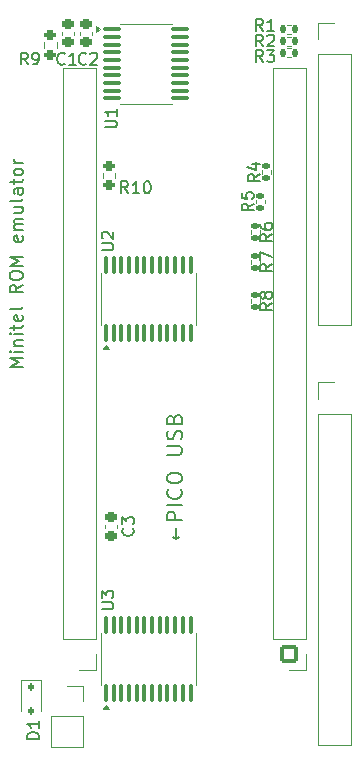
<source format=gbr>
%TF.GenerationSoftware,KiCad,Pcbnew,9.0.3-9.0.3-0~ubuntu24.04.1*%
%TF.CreationDate,2025-09-06T02:21:12+02:00*%
%TF.ProjectId,board_nfz330_nfz400,626f6172-645f-46e6-967a-3333305f6e66,rev?*%
%TF.SameCoordinates,Original*%
%TF.FileFunction,Legend,Top*%
%TF.FilePolarity,Positive*%
%FSLAX46Y46*%
G04 Gerber Fmt 4.6, Leading zero omitted, Abs format (unit mm)*
G04 Created by KiCad (PCBNEW 9.0.3-9.0.3-0~ubuntu24.04.1) date 2025-09-06 02:21:12*
%MOMM*%
%LPD*%
G01*
G04 APERTURE LIST*
G04 Aperture macros list*
%AMRoundRect*
0 Rectangle with rounded corners*
0 $1 Rounding radius*
0 $2 $3 $4 $5 $6 $7 $8 $9 X,Y pos of 4 corners*
0 Add a 4 corners polygon primitive as box body*
4,1,4,$2,$3,$4,$5,$6,$7,$8,$9,$2,$3,0*
0 Add four circle primitives for the rounded corners*
1,1,$1+$1,$2,$3*
1,1,$1+$1,$4,$5*
1,1,$1+$1,$6,$7*
1,1,$1+$1,$8,$9*
0 Add four rect primitives between the rounded corners*
20,1,$1+$1,$2,$3,$4,$5,0*
20,1,$1+$1,$4,$5,$6,$7,0*
20,1,$1+$1,$6,$7,$8,$9,0*
20,1,$1+$1,$8,$9,$2,$3,0*%
%AMFreePoly0*
4,1,37,0.603843,0.796157,0.639018,0.796157,0.711114,0.766294,0.766294,0.711114,0.796157,0.639018,0.796157,0.603843,0.800000,0.600000,0.800000,-0.600000,0.796157,-0.603843,0.796157,-0.639018,0.766294,-0.711114,0.711114,-0.766294,0.639018,-0.796157,0.603843,-0.796157,0.600000,-0.800000,0.000000,-0.800000,0.000000,-0.796148,-0.078414,-0.796148,-0.232228,-0.765552,-0.377117,-0.705537,
-0.507515,-0.618408,-0.618408,-0.507515,-0.705537,-0.377117,-0.765552,-0.232228,-0.796148,-0.078414,-0.796148,0.078414,-0.765552,0.232228,-0.705537,0.377117,-0.618408,0.507515,-0.507515,0.618408,-0.377117,0.705537,-0.232228,0.765552,-0.078414,0.796148,0.000000,0.796148,0.000000,0.800000,0.600000,0.800000,0.603843,0.796157,0.603843,0.796157,$1*%
%AMFreePoly1*
4,1,37,0.000000,0.796148,0.078414,0.796148,0.232228,0.765552,0.377117,0.705537,0.507515,0.618408,0.618408,0.507515,0.705537,0.377117,0.765552,0.232228,0.796148,0.078414,0.796148,-0.078414,0.765552,-0.232228,0.705537,-0.377117,0.618408,-0.507515,0.507515,-0.618408,0.377117,-0.705537,0.232228,-0.765552,0.078414,-0.796148,0.000000,-0.796148,0.000000,-0.800000,-0.600000,-0.800000,
-0.603843,-0.796157,-0.639018,-0.796157,-0.711114,-0.766294,-0.766294,-0.711114,-0.796157,-0.639018,-0.796157,-0.603843,-0.800000,-0.600000,-0.800000,0.600000,-0.796157,0.603843,-0.796157,0.639018,-0.766294,0.711114,-0.711114,0.766294,-0.639018,0.796157,-0.603843,0.796157,-0.600000,0.800000,0.000000,0.800000,0.000000,0.796148,0.000000,0.796148,$1*%
G04 Aperture macros list end*
%ADD10C,0.200000*%
%ADD11C,0.180000*%
%ADD12C,0.150000*%
%ADD13C,0.120000*%
%ADD14RoundRect,0.135000X0.185000X-0.135000X0.185000X0.135000X-0.185000X0.135000X-0.185000X-0.135000X0*%
%ADD15RoundRect,0.200000X0.600000X0.600000X-0.600000X0.600000X-0.600000X-0.600000X0.600000X-0.600000X0*%
%ADD16C,1.600000*%
%ADD17FreePoly0,180.000000*%
%ADD18FreePoly1,180.000000*%
%ADD19C,1.300000*%
%ADD20RoundRect,0.200000X0.275000X-0.200000X0.275000X0.200000X-0.275000X0.200000X-0.275000X-0.200000X0*%
%ADD21RoundRect,0.100000X0.100000X-0.637500X0.100000X0.637500X-0.100000X0.637500X-0.100000X-0.637500X0*%
%ADD22R,1.700000X1.700000*%
%ADD23C,1.700000*%
%ADD24RoundRect,0.225000X0.250000X-0.225000X0.250000X0.225000X-0.250000X0.225000X-0.250000X-0.225000X0*%
%ADD25RoundRect,0.135000X-0.135000X-0.185000X0.135000X-0.185000X0.135000X0.185000X-0.135000X0.185000X0*%
%ADD26RoundRect,0.112500X-0.112500X0.187500X-0.112500X-0.187500X0.112500X-0.187500X0.112500X0.187500X0*%
%ADD27RoundRect,0.100000X-0.637500X-0.100000X0.637500X-0.100000X0.637500X0.100000X-0.637500X0.100000X0*%
%ADD28RoundRect,0.225000X-0.250000X0.225000X-0.250000X-0.225000X0.250000X-0.225000X0.250000X0.225000X0*%
%ADD29RoundRect,0.135000X-0.185000X0.135000X-0.185000X-0.135000X0.185000X-0.135000X0.185000X0.135000X0*%
G04 APERTURE END LIST*
D10*
X69924266Y-111489476D02*
X69924266Y-112479952D01*
X70171885Y-112232333D02*
X69924266Y-112479952D01*
X69924266Y-112479952D02*
X69676647Y-112232333D01*
X70419504Y-110870428D02*
X69119504Y-110870428D01*
X69119504Y-110870428D02*
X69119504Y-110375190D01*
X69119504Y-110375190D02*
X69181409Y-110251380D01*
X69181409Y-110251380D02*
X69243314Y-110189475D01*
X69243314Y-110189475D02*
X69367123Y-110127571D01*
X69367123Y-110127571D02*
X69552838Y-110127571D01*
X69552838Y-110127571D02*
X69676647Y-110189475D01*
X69676647Y-110189475D02*
X69738552Y-110251380D01*
X69738552Y-110251380D02*
X69800457Y-110375190D01*
X69800457Y-110375190D02*
X69800457Y-110870428D01*
X70419504Y-109570428D02*
X69119504Y-109570428D01*
X70295695Y-108208523D02*
X70357600Y-108270427D01*
X70357600Y-108270427D02*
X70419504Y-108456142D01*
X70419504Y-108456142D02*
X70419504Y-108579951D01*
X70419504Y-108579951D02*
X70357600Y-108765665D01*
X70357600Y-108765665D02*
X70233790Y-108889475D01*
X70233790Y-108889475D02*
X70109980Y-108951380D01*
X70109980Y-108951380D02*
X69862361Y-109013284D01*
X69862361Y-109013284D02*
X69676647Y-109013284D01*
X69676647Y-109013284D02*
X69429028Y-108951380D01*
X69429028Y-108951380D02*
X69305219Y-108889475D01*
X69305219Y-108889475D02*
X69181409Y-108765665D01*
X69181409Y-108765665D02*
X69119504Y-108579951D01*
X69119504Y-108579951D02*
X69119504Y-108456142D01*
X69119504Y-108456142D02*
X69181409Y-108270427D01*
X69181409Y-108270427D02*
X69243314Y-108208523D01*
X69119504Y-107403761D02*
X69119504Y-107156142D01*
X69119504Y-107156142D02*
X69181409Y-107032332D01*
X69181409Y-107032332D02*
X69305219Y-106908523D01*
X69305219Y-106908523D02*
X69552838Y-106846618D01*
X69552838Y-106846618D02*
X69986171Y-106846618D01*
X69986171Y-106846618D02*
X70233790Y-106908523D01*
X70233790Y-106908523D02*
X70357600Y-107032332D01*
X70357600Y-107032332D02*
X70419504Y-107156142D01*
X70419504Y-107156142D02*
X70419504Y-107403761D01*
X70419504Y-107403761D02*
X70357600Y-107527570D01*
X70357600Y-107527570D02*
X70233790Y-107651380D01*
X70233790Y-107651380D02*
X69986171Y-107713284D01*
X69986171Y-107713284D02*
X69552838Y-107713284D01*
X69552838Y-107713284D02*
X69305219Y-107651380D01*
X69305219Y-107651380D02*
X69181409Y-107527570D01*
X69181409Y-107527570D02*
X69119504Y-107403761D01*
X69119504Y-105298999D02*
X70171885Y-105298999D01*
X70171885Y-105298999D02*
X70295695Y-105237094D01*
X70295695Y-105237094D02*
X70357600Y-105175189D01*
X70357600Y-105175189D02*
X70419504Y-105051380D01*
X70419504Y-105051380D02*
X70419504Y-104803761D01*
X70419504Y-104803761D02*
X70357600Y-104679951D01*
X70357600Y-104679951D02*
X70295695Y-104618046D01*
X70295695Y-104618046D02*
X70171885Y-104556142D01*
X70171885Y-104556142D02*
X69119504Y-104556142D01*
X70357600Y-103998998D02*
X70419504Y-103813284D01*
X70419504Y-103813284D02*
X70419504Y-103503760D01*
X70419504Y-103503760D02*
X70357600Y-103379951D01*
X70357600Y-103379951D02*
X70295695Y-103318046D01*
X70295695Y-103318046D02*
X70171885Y-103256141D01*
X70171885Y-103256141D02*
X70048076Y-103256141D01*
X70048076Y-103256141D02*
X69924266Y-103318046D01*
X69924266Y-103318046D02*
X69862361Y-103379951D01*
X69862361Y-103379951D02*
X69800457Y-103503760D01*
X69800457Y-103503760D02*
X69738552Y-103751379D01*
X69738552Y-103751379D02*
X69676647Y-103875189D01*
X69676647Y-103875189D02*
X69614742Y-103937094D01*
X69614742Y-103937094D02*
X69490933Y-103998998D01*
X69490933Y-103998998D02*
X69367123Y-103998998D01*
X69367123Y-103998998D02*
X69243314Y-103937094D01*
X69243314Y-103937094D02*
X69181409Y-103875189D01*
X69181409Y-103875189D02*
X69119504Y-103751379D01*
X69119504Y-103751379D02*
X69119504Y-103441856D01*
X69119504Y-103441856D02*
X69181409Y-103256141D01*
X69738552Y-102265665D02*
X69800457Y-102079951D01*
X69800457Y-102079951D02*
X69862361Y-102018046D01*
X69862361Y-102018046D02*
X69986171Y-101956142D01*
X69986171Y-101956142D02*
X70171885Y-101956142D01*
X70171885Y-101956142D02*
X70295695Y-102018046D01*
X70295695Y-102018046D02*
X70357600Y-102079951D01*
X70357600Y-102079951D02*
X70419504Y-102203761D01*
X70419504Y-102203761D02*
X70419504Y-102698999D01*
X70419504Y-102698999D02*
X69119504Y-102698999D01*
X69119504Y-102698999D02*
X69119504Y-102265665D01*
X69119504Y-102265665D02*
X69181409Y-102141856D01*
X69181409Y-102141856D02*
X69243314Y-102079951D01*
X69243314Y-102079951D02*
X69367123Y-102018046D01*
X69367123Y-102018046D02*
X69490933Y-102018046D01*
X69490933Y-102018046D02*
X69614742Y-102079951D01*
X69614742Y-102079951D02*
X69676647Y-102141856D01*
X69676647Y-102141856D02*
X69738552Y-102265665D01*
X69738552Y-102265665D02*
X69738552Y-102698999D01*
D11*
X56906820Y-97844237D02*
X55806820Y-97844237D01*
X55806820Y-97844237D02*
X56592535Y-97477570D01*
X56592535Y-97477570D02*
X55806820Y-97110903D01*
X55806820Y-97110903D02*
X56906820Y-97110903D01*
X56906820Y-96587094D02*
X56173487Y-96587094D01*
X55806820Y-96587094D02*
X55859201Y-96639475D01*
X55859201Y-96639475D02*
X55911582Y-96587094D01*
X55911582Y-96587094D02*
X55859201Y-96534713D01*
X55859201Y-96534713D02*
X55806820Y-96587094D01*
X55806820Y-96587094D02*
X55911582Y-96587094D01*
X56173487Y-96063284D02*
X56906820Y-96063284D01*
X56278249Y-96063284D02*
X56225868Y-96010903D01*
X56225868Y-96010903D02*
X56173487Y-95906141D01*
X56173487Y-95906141D02*
X56173487Y-95748998D01*
X56173487Y-95748998D02*
X56225868Y-95644236D01*
X56225868Y-95644236D02*
X56330630Y-95591855D01*
X56330630Y-95591855D02*
X56906820Y-95591855D01*
X56906820Y-95068046D02*
X56173487Y-95068046D01*
X55806820Y-95068046D02*
X55859201Y-95120427D01*
X55859201Y-95120427D02*
X55911582Y-95068046D01*
X55911582Y-95068046D02*
X55859201Y-95015665D01*
X55859201Y-95015665D02*
X55806820Y-95068046D01*
X55806820Y-95068046D02*
X55911582Y-95068046D01*
X56173487Y-94701379D02*
X56173487Y-94282331D01*
X55806820Y-94544236D02*
X56749678Y-94544236D01*
X56749678Y-94544236D02*
X56854440Y-94491855D01*
X56854440Y-94491855D02*
X56906820Y-94387093D01*
X56906820Y-94387093D02*
X56906820Y-94282331D01*
X56854440Y-93496617D02*
X56906820Y-93601379D01*
X56906820Y-93601379D02*
X56906820Y-93810903D01*
X56906820Y-93810903D02*
X56854440Y-93915665D01*
X56854440Y-93915665D02*
X56749678Y-93968046D01*
X56749678Y-93968046D02*
X56330630Y-93968046D01*
X56330630Y-93968046D02*
X56225868Y-93915665D01*
X56225868Y-93915665D02*
X56173487Y-93810903D01*
X56173487Y-93810903D02*
X56173487Y-93601379D01*
X56173487Y-93601379D02*
X56225868Y-93496617D01*
X56225868Y-93496617D02*
X56330630Y-93444236D01*
X56330630Y-93444236D02*
X56435392Y-93444236D01*
X56435392Y-93444236D02*
X56540154Y-93968046D01*
X56906820Y-92815665D02*
X56854440Y-92920427D01*
X56854440Y-92920427D02*
X56749678Y-92972808D01*
X56749678Y-92972808D02*
X55806820Y-92972808D01*
X56906820Y-90929951D02*
X56383011Y-91296618D01*
X56906820Y-91558523D02*
X55806820Y-91558523D01*
X55806820Y-91558523D02*
X55806820Y-91139475D01*
X55806820Y-91139475D02*
X55859201Y-91034713D01*
X55859201Y-91034713D02*
X55911582Y-90982332D01*
X55911582Y-90982332D02*
X56016344Y-90929951D01*
X56016344Y-90929951D02*
X56173487Y-90929951D01*
X56173487Y-90929951D02*
X56278249Y-90982332D01*
X56278249Y-90982332D02*
X56330630Y-91034713D01*
X56330630Y-91034713D02*
X56383011Y-91139475D01*
X56383011Y-91139475D02*
X56383011Y-91558523D01*
X55806820Y-90248999D02*
X55806820Y-90039475D01*
X55806820Y-90039475D02*
X55859201Y-89934713D01*
X55859201Y-89934713D02*
X55963963Y-89829951D01*
X55963963Y-89829951D02*
X56173487Y-89777570D01*
X56173487Y-89777570D02*
X56540154Y-89777570D01*
X56540154Y-89777570D02*
X56749678Y-89829951D01*
X56749678Y-89829951D02*
X56854440Y-89934713D01*
X56854440Y-89934713D02*
X56906820Y-90039475D01*
X56906820Y-90039475D02*
X56906820Y-90248999D01*
X56906820Y-90248999D02*
X56854440Y-90353761D01*
X56854440Y-90353761D02*
X56749678Y-90458523D01*
X56749678Y-90458523D02*
X56540154Y-90510904D01*
X56540154Y-90510904D02*
X56173487Y-90510904D01*
X56173487Y-90510904D02*
X55963963Y-90458523D01*
X55963963Y-90458523D02*
X55859201Y-90353761D01*
X55859201Y-90353761D02*
X55806820Y-90248999D01*
X56906820Y-89306142D02*
X55806820Y-89306142D01*
X55806820Y-89306142D02*
X56592535Y-88939475D01*
X56592535Y-88939475D02*
X55806820Y-88572808D01*
X55806820Y-88572808D02*
X56906820Y-88572808D01*
X56854440Y-86791856D02*
X56906820Y-86896618D01*
X56906820Y-86896618D02*
X56906820Y-87106142D01*
X56906820Y-87106142D02*
X56854440Y-87210904D01*
X56854440Y-87210904D02*
X56749678Y-87263285D01*
X56749678Y-87263285D02*
X56330630Y-87263285D01*
X56330630Y-87263285D02*
X56225868Y-87210904D01*
X56225868Y-87210904D02*
X56173487Y-87106142D01*
X56173487Y-87106142D02*
X56173487Y-86896618D01*
X56173487Y-86896618D02*
X56225868Y-86791856D01*
X56225868Y-86791856D02*
X56330630Y-86739475D01*
X56330630Y-86739475D02*
X56435392Y-86739475D01*
X56435392Y-86739475D02*
X56540154Y-87263285D01*
X56906820Y-86268047D02*
X56173487Y-86268047D01*
X56278249Y-86268047D02*
X56225868Y-86215666D01*
X56225868Y-86215666D02*
X56173487Y-86110904D01*
X56173487Y-86110904D02*
X56173487Y-85953761D01*
X56173487Y-85953761D02*
X56225868Y-85848999D01*
X56225868Y-85848999D02*
X56330630Y-85796618D01*
X56330630Y-85796618D02*
X56906820Y-85796618D01*
X56330630Y-85796618D02*
X56225868Y-85744237D01*
X56225868Y-85744237D02*
X56173487Y-85639475D01*
X56173487Y-85639475D02*
X56173487Y-85482332D01*
X56173487Y-85482332D02*
X56225868Y-85377571D01*
X56225868Y-85377571D02*
X56330630Y-85325190D01*
X56330630Y-85325190D02*
X56906820Y-85325190D01*
X56173487Y-84329951D02*
X56906820Y-84329951D01*
X56173487Y-84801380D02*
X56749678Y-84801380D01*
X56749678Y-84801380D02*
X56854440Y-84748999D01*
X56854440Y-84748999D02*
X56906820Y-84644237D01*
X56906820Y-84644237D02*
X56906820Y-84487094D01*
X56906820Y-84487094D02*
X56854440Y-84382332D01*
X56854440Y-84382332D02*
X56802059Y-84329951D01*
X56906820Y-83648999D02*
X56854440Y-83753761D01*
X56854440Y-83753761D02*
X56749678Y-83806142D01*
X56749678Y-83806142D02*
X55806820Y-83806142D01*
X56906820Y-82758523D02*
X56330630Y-82758523D01*
X56330630Y-82758523D02*
X56225868Y-82810904D01*
X56225868Y-82810904D02*
X56173487Y-82915666D01*
X56173487Y-82915666D02*
X56173487Y-83125190D01*
X56173487Y-83125190D02*
X56225868Y-83229952D01*
X56854440Y-82758523D02*
X56906820Y-82863285D01*
X56906820Y-82863285D02*
X56906820Y-83125190D01*
X56906820Y-83125190D02*
X56854440Y-83229952D01*
X56854440Y-83229952D02*
X56749678Y-83282333D01*
X56749678Y-83282333D02*
X56644916Y-83282333D01*
X56644916Y-83282333D02*
X56540154Y-83229952D01*
X56540154Y-83229952D02*
X56487773Y-83125190D01*
X56487773Y-83125190D02*
X56487773Y-82863285D01*
X56487773Y-82863285D02*
X56435392Y-82758523D01*
X56173487Y-82391857D02*
X56173487Y-81972809D01*
X55806820Y-82234714D02*
X56749678Y-82234714D01*
X56749678Y-82234714D02*
X56854440Y-82182333D01*
X56854440Y-82182333D02*
X56906820Y-82077571D01*
X56906820Y-82077571D02*
X56906820Y-81972809D01*
X56906820Y-81449000D02*
X56854440Y-81553762D01*
X56854440Y-81553762D02*
X56802059Y-81606143D01*
X56802059Y-81606143D02*
X56697297Y-81658524D01*
X56697297Y-81658524D02*
X56383011Y-81658524D01*
X56383011Y-81658524D02*
X56278249Y-81606143D01*
X56278249Y-81606143D02*
X56225868Y-81553762D01*
X56225868Y-81553762D02*
X56173487Y-81449000D01*
X56173487Y-81449000D02*
X56173487Y-81291857D01*
X56173487Y-81291857D02*
X56225868Y-81187095D01*
X56225868Y-81187095D02*
X56278249Y-81134714D01*
X56278249Y-81134714D02*
X56383011Y-81082333D01*
X56383011Y-81082333D02*
X56697297Y-81082333D01*
X56697297Y-81082333D02*
X56802059Y-81134714D01*
X56802059Y-81134714D02*
X56854440Y-81187095D01*
X56854440Y-81187095D02*
X56906820Y-81291857D01*
X56906820Y-81291857D02*
X56906820Y-81449000D01*
X56906820Y-80610905D02*
X56173487Y-80610905D01*
X56383011Y-80610905D02*
X56278249Y-80558524D01*
X56278249Y-80558524D02*
X56225868Y-80506143D01*
X56225868Y-80506143D02*
X56173487Y-80401381D01*
X56173487Y-80401381D02*
X56173487Y-80296619D01*
D12*
X78028819Y-92465266D02*
X77552628Y-92798599D01*
X78028819Y-93036694D02*
X77028819Y-93036694D01*
X77028819Y-93036694D02*
X77028819Y-92655742D01*
X77028819Y-92655742D02*
X77076438Y-92560504D01*
X77076438Y-92560504D02*
X77124057Y-92512885D01*
X77124057Y-92512885D02*
X77219295Y-92465266D01*
X77219295Y-92465266D02*
X77362152Y-92465266D01*
X77362152Y-92465266D02*
X77457390Y-92512885D01*
X77457390Y-92512885D02*
X77505009Y-92560504D01*
X77505009Y-92560504D02*
X77552628Y-92655742D01*
X77552628Y-92655742D02*
X77552628Y-93036694D01*
X77457390Y-91893837D02*
X77409771Y-91989075D01*
X77409771Y-91989075D02*
X77362152Y-92036694D01*
X77362152Y-92036694D02*
X77266914Y-92084313D01*
X77266914Y-92084313D02*
X77219295Y-92084313D01*
X77219295Y-92084313D02*
X77124057Y-92036694D01*
X77124057Y-92036694D02*
X77076438Y-91989075D01*
X77076438Y-91989075D02*
X77028819Y-91893837D01*
X77028819Y-91893837D02*
X77028819Y-91703361D01*
X77028819Y-91703361D02*
X77076438Y-91608123D01*
X77076438Y-91608123D02*
X77124057Y-91560504D01*
X77124057Y-91560504D02*
X77219295Y-91512885D01*
X77219295Y-91512885D02*
X77266914Y-91512885D01*
X77266914Y-91512885D02*
X77362152Y-91560504D01*
X77362152Y-91560504D02*
X77409771Y-91608123D01*
X77409771Y-91608123D02*
X77457390Y-91703361D01*
X77457390Y-91703361D02*
X77457390Y-91893837D01*
X77457390Y-91893837D02*
X77505009Y-91989075D01*
X77505009Y-91989075D02*
X77552628Y-92036694D01*
X77552628Y-92036694D02*
X77647866Y-92084313D01*
X77647866Y-92084313D02*
X77838342Y-92084313D01*
X77838342Y-92084313D02*
X77933580Y-92036694D01*
X77933580Y-92036694D02*
X77981200Y-91989075D01*
X77981200Y-91989075D02*
X78028819Y-91893837D01*
X78028819Y-91893837D02*
X78028819Y-91703361D01*
X78028819Y-91703361D02*
X77981200Y-91608123D01*
X77981200Y-91608123D02*
X77933580Y-91560504D01*
X77933580Y-91560504D02*
X77838342Y-91512885D01*
X77838342Y-91512885D02*
X77647866Y-91512885D01*
X77647866Y-91512885D02*
X77552628Y-91560504D01*
X77552628Y-91560504D02*
X77505009Y-91608123D01*
X77505009Y-91608123D02*
X77457390Y-91703361D01*
X57341333Y-72255619D02*
X57008000Y-71779428D01*
X56769905Y-72255619D02*
X56769905Y-71255619D01*
X56769905Y-71255619D02*
X57150857Y-71255619D01*
X57150857Y-71255619D02*
X57246095Y-71303238D01*
X57246095Y-71303238D02*
X57293714Y-71350857D01*
X57293714Y-71350857D02*
X57341333Y-71446095D01*
X57341333Y-71446095D02*
X57341333Y-71588952D01*
X57341333Y-71588952D02*
X57293714Y-71684190D01*
X57293714Y-71684190D02*
X57246095Y-71731809D01*
X57246095Y-71731809D02*
X57150857Y-71779428D01*
X57150857Y-71779428D02*
X56769905Y-71779428D01*
X57817524Y-72255619D02*
X58008000Y-72255619D01*
X58008000Y-72255619D02*
X58103238Y-72208000D01*
X58103238Y-72208000D02*
X58150857Y-72160380D01*
X58150857Y-72160380D02*
X58246095Y-72017523D01*
X58246095Y-72017523D02*
X58293714Y-71827047D01*
X58293714Y-71827047D02*
X58293714Y-71446095D01*
X58293714Y-71446095D02*
X58246095Y-71350857D01*
X58246095Y-71350857D02*
X58198476Y-71303238D01*
X58198476Y-71303238D02*
X58103238Y-71255619D01*
X58103238Y-71255619D02*
X57912762Y-71255619D01*
X57912762Y-71255619D02*
X57817524Y-71303238D01*
X57817524Y-71303238D02*
X57769905Y-71350857D01*
X57769905Y-71350857D02*
X57722286Y-71446095D01*
X57722286Y-71446095D02*
X57722286Y-71684190D01*
X57722286Y-71684190D02*
X57769905Y-71779428D01*
X57769905Y-71779428D02*
X57817524Y-71827047D01*
X57817524Y-71827047D02*
X57912762Y-71874666D01*
X57912762Y-71874666D02*
X58103238Y-71874666D01*
X58103238Y-71874666D02*
X58198476Y-71827047D01*
X58198476Y-71827047D02*
X58246095Y-71779428D01*
X58246095Y-71779428D02*
X58293714Y-71684190D01*
X63592219Y-118384304D02*
X64401742Y-118384304D01*
X64401742Y-118384304D02*
X64496980Y-118336685D01*
X64496980Y-118336685D02*
X64544600Y-118289066D01*
X64544600Y-118289066D02*
X64592219Y-118193828D01*
X64592219Y-118193828D02*
X64592219Y-118003352D01*
X64592219Y-118003352D02*
X64544600Y-117908114D01*
X64544600Y-117908114D02*
X64496980Y-117860495D01*
X64496980Y-117860495D02*
X64401742Y-117812876D01*
X64401742Y-117812876D02*
X63592219Y-117812876D01*
X63592219Y-117431923D02*
X63592219Y-116812876D01*
X63592219Y-116812876D02*
X63973171Y-117146209D01*
X63973171Y-117146209D02*
X63973171Y-117003352D01*
X63973171Y-117003352D02*
X64020790Y-116908114D01*
X64020790Y-116908114D02*
X64068409Y-116860495D01*
X64068409Y-116860495D02*
X64163647Y-116812876D01*
X64163647Y-116812876D02*
X64401742Y-116812876D01*
X64401742Y-116812876D02*
X64496980Y-116860495D01*
X64496980Y-116860495D02*
X64544600Y-116908114D01*
X64544600Y-116908114D02*
X64592219Y-117003352D01*
X64592219Y-117003352D02*
X64592219Y-117289066D01*
X64592219Y-117289066D02*
X64544600Y-117384304D01*
X64544600Y-117384304D02*
X64496980Y-117431923D01*
X78028819Y-86623266D02*
X77552628Y-86956599D01*
X78028819Y-87194694D02*
X77028819Y-87194694D01*
X77028819Y-87194694D02*
X77028819Y-86813742D01*
X77028819Y-86813742D02*
X77076438Y-86718504D01*
X77076438Y-86718504D02*
X77124057Y-86670885D01*
X77124057Y-86670885D02*
X77219295Y-86623266D01*
X77219295Y-86623266D02*
X77362152Y-86623266D01*
X77362152Y-86623266D02*
X77457390Y-86670885D01*
X77457390Y-86670885D02*
X77505009Y-86718504D01*
X77505009Y-86718504D02*
X77552628Y-86813742D01*
X77552628Y-86813742D02*
X77552628Y-87194694D01*
X77028819Y-85766123D02*
X77028819Y-85956599D01*
X77028819Y-85956599D02*
X77076438Y-86051837D01*
X77076438Y-86051837D02*
X77124057Y-86099456D01*
X77124057Y-86099456D02*
X77266914Y-86194694D01*
X77266914Y-86194694D02*
X77457390Y-86242313D01*
X77457390Y-86242313D02*
X77838342Y-86242313D01*
X77838342Y-86242313D02*
X77933580Y-86194694D01*
X77933580Y-86194694D02*
X77981200Y-86147075D01*
X77981200Y-86147075D02*
X78028819Y-86051837D01*
X78028819Y-86051837D02*
X78028819Y-85861361D01*
X78028819Y-85861361D02*
X77981200Y-85766123D01*
X77981200Y-85766123D02*
X77933580Y-85718504D01*
X77933580Y-85718504D02*
X77838342Y-85670885D01*
X77838342Y-85670885D02*
X77600247Y-85670885D01*
X77600247Y-85670885D02*
X77505009Y-85718504D01*
X77505009Y-85718504D02*
X77457390Y-85766123D01*
X77457390Y-85766123D02*
X77409771Y-85861361D01*
X77409771Y-85861361D02*
X77409771Y-86051837D01*
X77409771Y-86051837D02*
X77457390Y-86147075D01*
X77457390Y-86147075D02*
X77505009Y-86194694D01*
X77505009Y-86194694D02*
X77600247Y-86242313D01*
X66224180Y-111540666D02*
X66271800Y-111588285D01*
X66271800Y-111588285D02*
X66319419Y-111731142D01*
X66319419Y-111731142D02*
X66319419Y-111826380D01*
X66319419Y-111826380D02*
X66271800Y-111969237D01*
X66271800Y-111969237D02*
X66176561Y-112064475D01*
X66176561Y-112064475D02*
X66081323Y-112112094D01*
X66081323Y-112112094D02*
X65890847Y-112159713D01*
X65890847Y-112159713D02*
X65747990Y-112159713D01*
X65747990Y-112159713D02*
X65557514Y-112112094D01*
X65557514Y-112112094D02*
X65462276Y-112064475D01*
X65462276Y-112064475D02*
X65367038Y-111969237D01*
X65367038Y-111969237D02*
X65319419Y-111826380D01*
X65319419Y-111826380D02*
X65319419Y-111731142D01*
X65319419Y-111731142D02*
X65367038Y-111588285D01*
X65367038Y-111588285D02*
X65414657Y-111540666D01*
X65319419Y-111207332D02*
X65319419Y-110588285D01*
X65319419Y-110588285D02*
X65700371Y-110921618D01*
X65700371Y-110921618D02*
X65700371Y-110778761D01*
X65700371Y-110778761D02*
X65747990Y-110683523D01*
X65747990Y-110683523D02*
X65795609Y-110635904D01*
X65795609Y-110635904D02*
X65890847Y-110588285D01*
X65890847Y-110588285D02*
X66128942Y-110588285D01*
X66128942Y-110588285D02*
X66224180Y-110635904D01*
X66224180Y-110635904D02*
X66271800Y-110683523D01*
X66271800Y-110683523D02*
X66319419Y-110778761D01*
X66319419Y-110778761D02*
X66319419Y-111064475D01*
X66319419Y-111064475D02*
X66271800Y-111159713D01*
X66271800Y-111159713D02*
X66224180Y-111207332D01*
X77252933Y-70731619D02*
X76919600Y-70255428D01*
X76681505Y-70731619D02*
X76681505Y-69731619D01*
X76681505Y-69731619D02*
X77062457Y-69731619D01*
X77062457Y-69731619D02*
X77157695Y-69779238D01*
X77157695Y-69779238D02*
X77205314Y-69826857D01*
X77205314Y-69826857D02*
X77252933Y-69922095D01*
X77252933Y-69922095D02*
X77252933Y-70064952D01*
X77252933Y-70064952D02*
X77205314Y-70160190D01*
X77205314Y-70160190D02*
X77157695Y-70207809D01*
X77157695Y-70207809D02*
X77062457Y-70255428D01*
X77062457Y-70255428D02*
X76681505Y-70255428D01*
X77633886Y-69826857D02*
X77681505Y-69779238D01*
X77681505Y-69779238D02*
X77776743Y-69731619D01*
X77776743Y-69731619D02*
X78014838Y-69731619D01*
X78014838Y-69731619D02*
X78110076Y-69779238D01*
X78110076Y-69779238D02*
X78157695Y-69826857D01*
X78157695Y-69826857D02*
X78205314Y-69922095D01*
X78205314Y-69922095D02*
X78205314Y-70017333D01*
X78205314Y-70017333D02*
X78157695Y-70160190D01*
X78157695Y-70160190D02*
X77586267Y-70731619D01*
X77586267Y-70731619D02*
X78205314Y-70731619D01*
X76454019Y-84032466D02*
X75977828Y-84365799D01*
X76454019Y-84603894D02*
X75454019Y-84603894D01*
X75454019Y-84603894D02*
X75454019Y-84222942D01*
X75454019Y-84222942D02*
X75501638Y-84127704D01*
X75501638Y-84127704D02*
X75549257Y-84080085D01*
X75549257Y-84080085D02*
X75644495Y-84032466D01*
X75644495Y-84032466D02*
X75787352Y-84032466D01*
X75787352Y-84032466D02*
X75882590Y-84080085D01*
X75882590Y-84080085D02*
X75930209Y-84127704D01*
X75930209Y-84127704D02*
X75977828Y-84222942D01*
X75977828Y-84222942D02*
X75977828Y-84603894D01*
X75454019Y-83127704D02*
X75454019Y-83603894D01*
X75454019Y-83603894D02*
X75930209Y-83651513D01*
X75930209Y-83651513D02*
X75882590Y-83603894D01*
X75882590Y-83603894D02*
X75834971Y-83508656D01*
X75834971Y-83508656D02*
X75834971Y-83270561D01*
X75834971Y-83270561D02*
X75882590Y-83175323D01*
X75882590Y-83175323D02*
X75930209Y-83127704D01*
X75930209Y-83127704D02*
X76025447Y-83080085D01*
X76025447Y-83080085D02*
X76263542Y-83080085D01*
X76263542Y-83080085D02*
X76358780Y-83127704D01*
X76358780Y-83127704D02*
X76406400Y-83175323D01*
X76406400Y-83175323D02*
X76454019Y-83270561D01*
X76454019Y-83270561D02*
X76454019Y-83508656D01*
X76454019Y-83508656D02*
X76406400Y-83603894D01*
X76406400Y-83603894D02*
X76358780Y-83651513D01*
X58293019Y-129358694D02*
X57293019Y-129358694D01*
X57293019Y-129358694D02*
X57293019Y-129120599D01*
X57293019Y-129120599D02*
X57340638Y-128977742D01*
X57340638Y-128977742D02*
X57435876Y-128882504D01*
X57435876Y-128882504D02*
X57531114Y-128834885D01*
X57531114Y-128834885D02*
X57721590Y-128787266D01*
X57721590Y-128787266D02*
X57864447Y-128787266D01*
X57864447Y-128787266D02*
X58054923Y-128834885D01*
X58054923Y-128834885D02*
X58150161Y-128882504D01*
X58150161Y-128882504D02*
X58245400Y-128977742D01*
X58245400Y-128977742D02*
X58293019Y-129120599D01*
X58293019Y-129120599D02*
X58293019Y-129358694D01*
X58293019Y-127834885D02*
X58293019Y-128406313D01*
X58293019Y-128120599D02*
X57293019Y-128120599D01*
X57293019Y-128120599D02*
X57435876Y-128215837D01*
X57435876Y-128215837D02*
X57531114Y-128311075D01*
X57531114Y-128311075D02*
X57578733Y-128406313D01*
X63871619Y-77591904D02*
X64681142Y-77591904D01*
X64681142Y-77591904D02*
X64776380Y-77544285D01*
X64776380Y-77544285D02*
X64824000Y-77496666D01*
X64824000Y-77496666D02*
X64871619Y-77401428D01*
X64871619Y-77401428D02*
X64871619Y-77210952D01*
X64871619Y-77210952D02*
X64824000Y-77115714D01*
X64824000Y-77115714D02*
X64776380Y-77068095D01*
X64776380Y-77068095D02*
X64681142Y-77020476D01*
X64681142Y-77020476D02*
X63871619Y-77020476D01*
X64871619Y-76020476D02*
X64871619Y-76591904D01*
X64871619Y-76306190D02*
X63871619Y-76306190D01*
X63871619Y-76306190D02*
X64014476Y-76401428D01*
X64014476Y-76401428D02*
X64109714Y-76496666D01*
X64109714Y-76496666D02*
X64157333Y-76591904D01*
X78028819Y-89163266D02*
X77552628Y-89496599D01*
X78028819Y-89734694D02*
X77028819Y-89734694D01*
X77028819Y-89734694D02*
X77028819Y-89353742D01*
X77028819Y-89353742D02*
X77076438Y-89258504D01*
X77076438Y-89258504D02*
X77124057Y-89210885D01*
X77124057Y-89210885D02*
X77219295Y-89163266D01*
X77219295Y-89163266D02*
X77362152Y-89163266D01*
X77362152Y-89163266D02*
X77457390Y-89210885D01*
X77457390Y-89210885D02*
X77505009Y-89258504D01*
X77505009Y-89258504D02*
X77552628Y-89353742D01*
X77552628Y-89353742D02*
X77552628Y-89734694D01*
X77028819Y-88829932D02*
X77028819Y-88163266D01*
X77028819Y-88163266D02*
X78028819Y-88591837D01*
X60465533Y-72185780D02*
X60417914Y-72233400D01*
X60417914Y-72233400D02*
X60275057Y-72281019D01*
X60275057Y-72281019D02*
X60179819Y-72281019D01*
X60179819Y-72281019D02*
X60036962Y-72233400D01*
X60036962Y-72233400D02*
X59941724Y-72138161D01*
X59941724Y-72138161D02*
X59894105Y-72042923D01*
X59894105Y-72042923D02*
X59846486Y-71852447D01*
X59846486Y-71852447D02*
X59846486Y-71709590D01*
X59846486Y-71709590D02*
X59894105Y-71519114D01*
X59894105Y-71519114D02*
X59941724Y-71423876D01*
X59941724Y-71423876D02*
X60036962Y-71328638D01*
X60036962Y-71328638D02*
X60179819Y-71281019D01*
X60179819Y-71281019D02*
X60275057Y-71281019D01*
X60275057Y-71281019D02*
X60417914Y-71328638D01*
X60417914Y-71328638D02*
X60465533Y-71376257D01*
X61417914Y-72281019D02*
X60846486Y-72281019D01*
X61132200Y-72281019D02*
X61132200Y-71281019D01*
X61132200Y-71281019D02*
X61036962Y-71423876D01*
X61036962Y-71423876D02*
X60941724Y-71519114D01*
X60941724Y-71519114D02*
X60846486Y-71566733D01*
X77254933Y-72052419D02*
X76921600Y-71576228D01*
X76683505Y-72052419D02*
X76683505Y-71052419D01*
X76683505Y-71052419D02*
X77064457Y-71052419D01*
X77064457Y-71052419D02*
X77159695Y-71100038D01*
X77159695Y-71100038D02*
X77207314Y-71147657D01*
X77207314Y-71147657D02*
X77254933Y-71242895D01*
X77254933Y-71242895D02*
X77254933Y-71385752D01*
X77254933Y-71385752D02*
X77207314Y-71480990D01*
X77207314Y-71480990D02*
X77159695Y-71528609D01*
X77159695Y-71528609D02*
X77064457Y-71576228D01*
X77064457Y-71576228D02*
X76683505Y-71576228D01*
X77588267Y-71052419D02*
X78207314Y-71052419D01*
X78207314Y-71052419D02*
X77873981Y-71433371D01*
X77873981Y-71433371D02*
X78016838Y-71433371D01*
X78016838Y-71433371D02*
X78112076Y-71480990D01*
X78112076Y-71480990D02*
X78159695Y-71528609D01*
X78159695Y-71528609D02*
X78207314Y-71623847D01*
X78207314Y-71623847D02*
X78207314Y-71861942D01*
X78207314Y-71861942D02*
X78159695Y-71957180D01*
X78159695Y-71957180D02*
X78112076Y-72004800D01*
X78112076Y-72004800D02*
X78016838Y-72052419D01*
X78016838Y-72052419D02*
X77731124Y-72052419D01*
X77731124Y-72052419D02*
X77635886Y-72004800D01*
X77635886Y-72004800D02*
X77588267Y-71957180D01*
X77254933Y-69410819D02*
X76921600Y-68934628D01*
X76683505Y-69410819D02*
X76683505Y-68410819D01*
X76683505Y-68410819D02*
X77064457Y-68410819D01*
X77064457Y-68410819D02*
X77159695Y-68458438D01*
X77159695Y-68458438D02*
X77207314Y-68506057D01*
X77207314Y-68506057D02*
X77254933Y-68601295D01*
X77254933Y-68601295D02*
X77254933Y-68744152D01*
X77254933Y-68744152D02*
X77207314Y-68839390D01*
X77207314Y-68839390D02*
X77159695Y-68887009D01*
X77159695Y-68887009D02*
X77064457Y-68934628D01*
X77064457Y-68934628D02*
X76683505Y-68934628D01*
X78207314Y-69410819D02*
X77635886Y-69410819D01*
X77921600Y-69410819D02*
X77921600Y-68410819D01*
X77921600Y-68410819D02*
X77826362Y-68553676D01*
X77826362Y-68553676D02*
X77731124Y-68648914D01*
X77731124Y-68648914D02*
X77635886Y-68696533D01*
X62268933Y-72185780D02*
X62221314Y-72233400D01*
X62221314Y-72233400D02*
X62078457Y-72281019D01*
X62078457Y-72281019D02*
X61983219Y-72281019D01*
X61983219Y-72281019D02*
X61840362Y-72233400D01*
X61840362Y-72233400D02*
X61745124Y-72138161D01*
X61745124Y-72138161D02*
X61697505Y-72042923D01*
X61697505Y-72042923D02*
X61649886Y-71852447D01*
X61649886Y-71852447D02*
X61649886Y-71709590D01*
X61649886Y-71709590D02*
X61697505Y-71519114D01*
X61697505Y-71519114D02*
X61745124Y-71423876D01*
X61745124Y-71423876D02*
X61840362Y-71328638D01*
X61840362Y-71328638D02*
X61983219Y-71281019D01*
X61983219Y-71281019D02*
X62078457Y-71281019D01*
X62078457Y-71281019D02*
X62221314Y-71328638D01*
X62221314Y-71328638D02*
X62268933Y-71376257D01*
X62649886Y-71376257D02*
X62697505Y-71328638D01*
X62697505Y-71328638D02*
X62792743Y-71281019D01*
X62792743Y-71281019D02*
X63030838Y-71281019D01*
X63030838Y-71281019D02*
X63126076Y-71328638D01*
X63126076Y-71328638D02*
X63173695Y-71376257D01*
X63173695Y-71376257D02*
X63221314Y-71471495D01*
X63221314Y-71471495D02*
X63221314Y-71566733D01*
X63221314Y-71566733D02*
X63173695Y-71709590D01*
X63173695Y-71709590D02*
X62602267Y-72281019D01*
X62602267Y-72281019D02*
X63221314Y-72281019D01*
X63592219Y-87980504D02*
X64401742Y-87980504D01*
X64401742Y-87980504D02*
X64496980Y-87932885D01*
X64496980Y-87932885D02*
X64544600Y-87885266D01*
X64544600Y-87885266D02*
X64592219Y-87790028D01*
X64592219Y-87790028D02*
X64592219Y-87599552D01*
X64592219Y-87599552D02*
X64544600Y-87504314D01*
X64544600Y-87504314D02*
X64496980Y-87456695D01*
X64496980Y-87456695D02*
X64401742Y-87409076D01*
X64401742Y-87409076D02*
X63592219Y-87409076D01*
X63687457Y-86980504D02*
X63639838Y-86932885D01*
X63639838Y-86932885D02*
X63592219Y-86837647D01*
X63592219Y-86837647D02*
X63592219Y-86599552D01*
X63592219Y-86599552D02*
X63639838Y-86504314D01*
X63639838Y-86504314D02*
X63687457Y-86456695D01*
X63687457Y-86456695D02*
X63782695Y-86409076D01*
X63782695Y-86409076D02*
X63877933Y-86409076D01*
X63877933Y-86409076D02*
X64020790Y-86456695D01*
X64020790Y-86456695D02*
X64592219Y-87028123D01*
X64592219Y-87028123D02*
X64592219Y-86409076D01*
X76962019Y-81543266D02*
X76485828Y-81876599D01*
X76962019Y-82114694D02*
X75962019Y-82114694D01*
X75962019Y-82114694D02*
X75962019Y-81733742D01*
X75962019Y-81733742D02*
X76009638Y-81638504D01*
X76009638Y-81638504D02*
X76057257Y-81590885D01*
X76057257Y-81590885D02*
X76152495Y-81543266D01*
X76152495Y-81543266D02*
X76295352Y-81543266D01*
X76295352Y-81543266D02*
X76390590Y-81590885D01*
X76390590Y-81590885D02*
X76438209Y-81638504D01*
X76438209Y-81638504D02*
X76485828Y-81733742D01*
X76485828Y-81733742D02*
X76485828Y-82114694D01*
X76295352Y-80686123D02*
X76962019Y-80686123D01*
X75914400Y-80924218D02*
X76628685Y-81162313D01*
X76628685Y-81162313D02*
X76628685Y-80543266D01*
X65831342Y-83152219D02*
X65498009Y-82676028D01*
X65259914Y-83152219D02*
X65259914Y-82152219D01*
X65259914Y-82152219D02*
X65640866Y-82152219D01*
X65640866Y-82152219D02*
X65736104Y-82199838D01*
X65736104Y-82199838D02*
X65783723Y-82247457D01*
X65783723Y-82247457D02*
X65831342Y-82342695D01*
X65831342Y-82342695D02*
X65831342Y-82485552D01*
X65831342Y-82485552D02*
X65783723Y-82580790D01*
X65783723Y-82580790D02*
X65736104Y-82628409D01*
X65736104Y-82628409D02*
X65640866Y-82676028D01*
X65640866Y-82676028D02*
X65259914Y-82676028D01*
X66783723Y-83152219D02*
X66212295Y-83152219D01*
X66498009Y-83152219D02*
X66498009Y-82152219D01*
X66498009Y-82152219D02*
X66402771Y-82295076D01*
X66402771Y-82295076D02*
X66307533Y-82390314D01*
X66307533Y-82390314D02*
X66212295Y-82437933D01*
X67402771Y-82152219D02*
X67498009Y-82152219D01*
X67498009Y-82152219D02*
X67593247Y-82199838D01*
X67593247Y-82199838D02*
X67640866Y-82247457D01*
X67640866Y-82247457D02*
X67688485Y-82342695D01*
X67688485Y-82342695D02*
X67736104Y-82533171D01*
X67736104Y-82533171D02*
X67736104Y-82771266D01*
X67736104Y-82771266D02*
X67688485Y-82961742D01*
X67688485Y-82961742D02*
X67640866Y-83056980D01*
X67640866Y-83056980D02*
X67593247Y-83104600D01*
X67593247Y-83104600D02*
X67498009Y-83152219D01*
X67498009Y-83152219D02*
X67402771Y-83152219D01*
X67402771Y-83152219D02*
X67307533Y-83104600D01*
X67307533Y-83104600D02*
X67259914Y-83056980D01*
X67259914Y-83056980D02*
X67212295Y-82961742D01*
X67212295Y-82961742D02*
X67164676Y-82771266D01*
X67164676Y-82771266D02*
X67164676Y-82533171D01*
X67164676Y-82533171D02*
X67212295Y-82342695D01*
X67212295Y-82342695D02*
X67259914Y-82247457D01*
X67259914Y-82247457D02*
X67307533Y-82199838D01*
X67307533Y-82199838D02*
X67402771Y-82152219D01*
D13*
%TO.C,R8*%
X76203400Y-92426841D02*
X76203400Y-92119559D01*
X76963400Y-92426841D02*
X76963400Y-92119559D01*
%TO.C,J3*%
X60319000Y-120899000D02*
X60319000Y-72529000D01*
X63079000Y-72529000D02*
X60319000Y-72529000D01*
X63079000Y-120899000D02*
X60319000Y-120899000D01*
X63079000Y-120899000D02*
X63079000Y-72529000D01*
X63079000Y-122169000D02*
X63079000Y-123549000D01*
X63079000Y-123549000D02*
X61699000Y-123549000D01*
X78099000Y-120899000D02*
X78099000Y-72529000D01*
X80859000Y-72529000D02*
X78099000Y-72529000D01*
X80859000Y-120899000D02*
X78099000Y-120899000D01*
X80859000Y-120899000D02*
X80859000Y-72529000D01*
X80859000Y-122169000D02*
X80859000Y-123549000D01*
X80859000Y-123549000D02*
X79479000Y-123549000D01*
%TO.C,R9*%
X58738100Y-70844258D02*
X58738100Y-70369742D01*
X59783100Y-70844258D02*
X59783100Y-70369742D01*
%TO.C,U3*%
X63510000Y-122618500D02*
X63510000Y-120418500D01*
X63510000Y-122618500D02*
X63510000Y-124818500D01*
X71580000Y-122618500D02*
X71580000Y-120418500D01*
X71580000Y-122618500D02*
X71580000Y-124818500D01*
X64210000Y-126808500D02*
X63730000Y-126808500D01*
X63970000Y-126478500D01*
X64210000Y-126808500D01*
G36*
X64210000Y-126808500D02*
G01*
X63730000Y-126808500D01*
X63970000Y-126478500D01*
X64210000Y-126808500D01*
G37*
%TO.C,R6*%
X76203400Y-86584841D02*
X76203400Y-86277559D01*
X76963400Y-86584841D02*
X76963400Y-86277559D01*
%TO.C,J1*%
X81909000Y-68719000D02*
X83289000Y-68719000D01*
X81909000Y-70099000D02*
X81909000Y-68719000D01*
X81909000Y-71369000D02*
X81909000Y-94313600D01*
X81909000Y-71369000D02*
X84669000Y-71369000D01*
X81909000Y-94313600D02*
X84669000Y-94313600D01*
X81909000Y-99173600D02*
X83289000Y-99173600D01*
X81909000Y-100553600D02*
X81909000Y-99173600D01*
X81909000Y-101823600D02*
X81909000Y-129899000D01*
X81909000Y-101823600D02*
X84669000Y-101823600D01*
X81909000Y-129899000D02*
X84669000Y-129899000D01*
X84669000Y-71369000D02*
X84669000Y-94313600D01*
X84669000Y-101823600D02*
X84669000Y-129899000D01*
%TO.C,C3*%
X63881400Y-111514580D02*
X63881400Y-111233420D01*
X64901400Y-111514580D02*
X64901400Y-111233420D01*
%TO.C,R2*%
X79299959Y-69896800D02*
X79607241Y-69896800D01*
X79299959Y-70656800D02*
X79607241Y-70656800D01*
%TO.C,R5*%
X76635200Y-84019441D02*
X76635200Y-83712159D01*
X77395200Y-84019441D02*
X77395200Y-83712159D01*
%TO.C,D1*%
X56759600Y-124369000D02*
X56759600Y-127029000D01*
X58459600Y-124369000D02*
X56759600Y-124369000D01*
X58459600Y-124369000D02*
X58459600Y-127029000D01*
%TO.C,U1*%
X67347500Y-68822200D02*
X65147500Y-68822200D01*
X67347500Y-68822200D02*
X69547500Y-68822200D01*
X67347500Y-75592200D02*
X65147500Y-75592200D01*
X67347500Y-75592200D02*
X69547500Y-75592200D01*
X63487500Y-69282200D02*
X63157500Y-69522200D01*
X63157500Y-69042200D01*
X63487500Y-69282200D01*
G36*
X63487500Y-69282200D02*
G01*
X63157500Y-69522200D01*
X63157500Y-69042200D01*
X63487500Y-69282200D01*
G37*
%TO.C,R7*%
X76203400Y-89124841D02*
X76203400Y-88817559D01*
X76963400Y-89124841D02*
X76963400Y-88817559D01*
%TO.C,J4*%
X59327600Y-127452200D02*
X59327600Y-130052200D01*
X59327600Y-127452200D02*
X61987600Y-127452200D01*
X59327600Y-130052200D02*
X61987600Y-130052200D01*
X60657600Y-124852200D02*
X61987600Y-124852200D01*
X61987600Y-124852200D02*
X61987600Y-126182200D01*
X61987600Y-127452200D02*
X61987600Y-130052200D01*
%TO.C,C1*%
X60249200Y-69475820D02*
X60249200Y-69756980D01*
X61269200Y-69475820D02*
X61269200Y-69756980D01*
%TO.C,R3*%
X79299959Y-70887400D02*
X79607241Y-70887400D01*
X79299959Y-71647400D02*
X79607241Y-71647400D01*
%TO.C,R1*%
X79299959Y-68880800D02*
X79607241Y-68880800D01*
X79299959Y-69640800D02*
X79607241Y-69640800D01*
%TO.C,C2*%
X61747800Y-69475820D02*
X61747800Y-69756980D01*
X62767800Y-69475820D02*
X62767800Y-69756980D01*
%TO.C,U2*%
X63510000Y-92138500D02*
X63510000Y-89938500D01*
X63510000Y-92138500D02*
X63510000Y-94338500D01*
X71580000Y-92138500D02*
X71580000Y-89938500D01*
X71580000Y-92138500D02*
X71580000Y-94338500D01*
X64210000Y-96328500D02*
X63730000Y-96328500D01*
X63970000Y-95998500D01*
X64210000Y-96328500D01*
G36*
X64210000Y-96328500D02*
G01*
X63730000Y-96328500D01*
X63970000Y-95998500D01*
X64210000Y-96328500D01*
G37*
%TO.C,R4*%
X77143200Y-81197559D02*
X77143200Y-81504841D01*
X77903200Y-81197559D02*
X77903200Y-81504841D01*
%TO.C,R10*%
X63716500Y-81893258D02*
X63716500Y-81418742D01*
X64761500Y-81893258D02*
X64761500Y-81418742D01*
%TD*%
%LPC*%
D14*
%TO.C,R8*%
X76583400Y-92783200D03*
X76583400Y-91763200D03*
%TD*%
D15*
%TO.C,J3*%
X79479000Y-122169000D03*
D16*
X79479000Y-119629000D03*
D17*
X79479000Y-117089000D03*
D16*
X79479000Y-114549000D03*
X79479000Y-112009000D03*
X79479000Y-109469000D03*
X79479000Y-106929000D03*
D17*
X79479000Y-104389000D03*
D16*
X79479000Y-101849000D03*
X79479000Y-99309000D03*
X79479000Y-96769000D03*
X79479000Y-94229000D03*
D17*
X79479000Y-91689000D03*
D16*
X79479000Y-89149000D03*
X79479000Y-86609000D03*
X79479000Y-84069000D03*
X79479000Y-81529000D03*
D17*
X79479000Y-78989000D03*
D16*
X79479000Y-76449000D03*
X79479000Y-73909000D03*
X61699000Y-73909000D03*
X61699000Y-76449000D03*
D18*
X61699000Y-78989000D03*
D16*
X61699000Y-81529000D03*
X61699000Y-84069000D03*
X61699000Y-86609000D03*
X61699000Y-89149000D03*
D18*
X61699000Y-91689000D03*
D16*
X61699000Y-94229000D03*
X61699000Y-96769000D03*
X61699000Y-99309000D03*
X61699000Y-101849000D03*
D18*
X61699000Y-104389000D03*
D16*
X61699000Y-106929000D03*
X61699000Y-109469000D03*
X61699000Y-112009000D03*
X61699000Y-114549000D03*
D18*
X61699000Y-117089000D03*
D16*
X61699000Y-119629000D03*
X61699000Y-122169000D03*
%TD*%
D19*
%TO.C,H1*%
X56449000Y-68659000D03*
%TD*%
D20*
%TO.C,R9*%
X59260600Y-71432000D03*
X59260600Y-69782000D03*
%TD*%
D21*
%TO.C,U3*%
X63970000Y-125481000D03*
X64620000Y-125481000D03*
X65270000Y-125481000D03*
X65920000Y-125481000D03*
X66570000Y-125481000D03*
X67220000Y-125481000D03*
X67870000Y-125481000D03*
X68520000Y-125481000D03*
X69170000Y-125481000D03*
X69820000Y-125481000D03*
X70470000Y-125481000D03*
X71120000Y-125481000D03*
X71120000Y-119756000D03*
X70470000Y-119756000D03*
X69820000Y-119756000D03*
X69170000Y-119756000D03*
X68520000Y-119756000D03*
X67870000Y-119756000D03*
X67220000Y-119756000D03*
X66570000Y-119756000D03*
X65920000Y-119756000D03*
X65270000Y-119756000D03*
X64620000Y-119756000D03*
X63970000Y-119756000D03*
%TD*%
D14*
%TO.C,R6*%
X76583400Y-86941200D03*
X76583400Y-85921200D03*
%TD*%
D22*
%TO.C,J1*%
X83289000Y-100579000D03*
D23*
X83289000Y-103119000D03*
X83289000Y-105659000D03*
X83289000Y-108199000D03*
X83289000Y-110739000D03*
X83289000Y-113279000D03*
X83289000Y-115819000D03*
X83289000Y-118359000D03*
X83289000Y-120899000D03*
X83289000Y-123439000D03*
X83289000Y-125979000D03*
X83289000Y-128519000D03*
D22*
X83289000Y-70099000D03*
D23*
X83289000Y-72639000D03*
X83289000Y-75179000D03*
X83289000Y-77719000D03*
X83289000Y-80259000D03*
X83289000Y-82799000D03*
X83289000Y-85339000D03*
X83289000Y-87879000D03*
X83289000Y-90419000D03*
X83289000Y-92959000D03*
%TD*%
D24*
%TO.C,C3*%
X64391400Y-112149000D03*
X64391400Y-110599000D03*
%TD*%
D25*
%TO.C,R2*%
X78943600Y-70276800D03*
X79963600Y-70276800D03*
%TD*%
D14*
%TO.C,R5*%
X77015200Y-84375800D03*
X77015200Y-83355800D03*
%TD*%
D26*
%TO.C,D1*%
X57609600Y-124929000D03*
X57609600Y-127029000D03*
%TD*%
D27*
%TO.C,U1*%
X64485000Y-69282200D03*
X64485000Y-69932200D03*
X64485000Y-70582200D03*
X64485000Y-71232200D03*
X64485000Y-71882200D03*
X64485000Y-72532200D03*
X64485000Y-73182200D03*
X64485000Y-73832200D03*
X64485000Y-74482200D03*
X64485000Y-75132200D03*
X70210000Y-75132200D03*
X70210000Y-74482200D03*
X70210000Y-73832200D03*
X70210000Y-73182200D03*
X70210000Y-72532200D03*
X70210000Y-71882200D03*
X70210000Y-71232200D03*
X70210000Y-70582200D03*
X70210000Y-69932200D03*
X70210000Y-69282200D03*
%TD*%
D14*
%TO.C,R7*%
X76583400Y-89481200D03*
X76583400Y-88461200D03*
%TD*%
D22*
%TO.C,J4*%
X60657600Y-126182200D03*
D23*
X60657600Y-128722200D03*
%TD*%
D28*
%TO.C,C1*%
X60759200Y-68841400D03*
X60759200Y-70391400D03*
%TD*%
D25*
%TO.C,R3*%
X78943600Y-71267400D03*
X79963600Y-71267400D03*
%TD*%
%TO.C,R1*%
X78943600Y-69260800D03*
X79963600Y-69260800D03*
%TD*%
D28*
%TO.C,C2*%
X62257800Y-68841400D03*
X62257800Y-70391400D03*
%TD*%
D19*
%TO.C,H2*%
X84729000Y-68659000D03*
%TD*%
D21*
%TO.C,U2*%
X63970000Y-95001000D03*
X64620000Y-95001000D03*
X65270000Y-95001000D03*
X65920000Y-95001000D03*
X66570000Y-95001000D03*
X67220000Y-95001000D03*
X67870000Y-95001000D03*
X68520000Y-95001000D03*
X69170000Y-95001000D03*
X69820000Y-95001000D03*
X70470000Y-95001000D03*
X71120000Y-95001000D03*
X71120000Y-89276000D03*
X70470000Y-89276000D03*
X69820000Y-89276000D03*
X69170000Y-89276000D03*
X68520000Y-89276000D03*
X67870000Y-89276000D03*
X67220000Y-89276000D03*
X66570000Y-89276000D03*
X65920000Y-89276000D03*
X65270000Y-89276000D03*
X64620000Y-89276000D03*
X63970000Y-89276000D03*
%TD*%
D19*
%TO.C,H3*%
X56449000Y-129959000D03*
%TD*%
D29*
%TO.C,R4*%
X77523200Y-80841200D03*
X77523200Y-81861200D03*
%TD*%
D20*
%TO.C,R10*%
X64239000Y-82481000D03*
X64239000Y-80831000D03*
%TD*%
D23*
%TO.C,J2*%
X73129000Y-81529000D03*
X73129000Y-78989000D03*
X57889000Y-86609000D03*
X57889000Y-84069000D03*
X57889000Y-81529000D03*
D22*
X57889000Y-73909000D03*
D23*
X57889000Y-76449000D03*
X57889000Y-78989000D03*
X57889000Y-89149000D03*
X57889000Y-91689000D03*
X57889000Y-94229000D03*
X57889000Y-96769000D03*
X57889000Y-99309000D03*
X57889000Y-101849000D03*
X57889000Y-104389000D03*
X57889000Y-106929000D03*
X57889000Y-109469000D03*
X57889000Y-112009000D03*
X57889000Y-114549000D03*
X57889000Y-117089000D03*
X57889000Y-119629000D03*
X57889000Y-122169000D03*
D22*
X73129000Y-73909000D03*
D23*
X73129000Y-76449000D03*
X73129000Y-84069000D03*
X73129000Y-86609000D03*
X73129000Y-89149000D03*
X73129000Y-91689000D03*
X73129000Y-94229000D03*
X73129000Y-96769000D03*
X73129000Y-99309000D03*
X73129000Y-101849000D03*
X73129000Y-104389000D03*
X73129000Y-106929000D03*
X73129000Y-109469000D03*
X73129000Y-112009000D03*
X73129000Y-114549000D03*
X73129000Y-117089000D03*
X73129000Y-119629000D03*
X73129000Y-122169000D03*
%TD*%
%LPD*%
M02*

</source>
